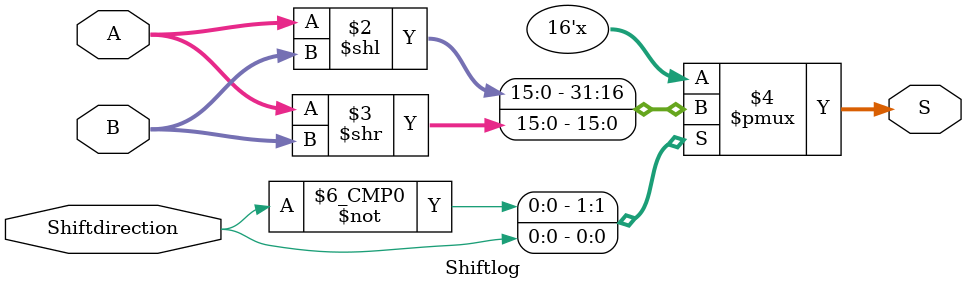
<source format=v>
module Shiftlog(input Shiftdirection, input[15:0]A,B, output reg[15:0] S);

  always@(Shiftdirection, A, B)
	case(Shiftdirection)
		0:S <= A << B;
		1:S <= A >> B;
	endcase
	
endmodule
</source>
